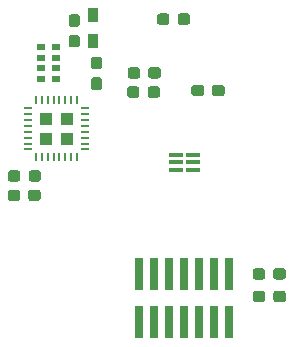
<source format=gbr>
G04 #@! TF.GenerationSoftware,KiCad,Pcbnew,(5.1.2)-2*
G04 #@! TF.CreationDate,2019-07-23T13:22:34-04:00*
G04 #@! TF.ProjectId,light_monitor,6c696768-745f-46d6-9f6e-69746f722e6b,R001*
G04 #@! TF.SameCoordinates,Original*
G04 #@! TF.FileFunction,Paste,Top*
G04 #@! TF.FilePolarity,Positive*
%FSLAX46Y46*%
G04 Gerber Fmt 4.6, Leading zero omitted, Abs format (unit mm)*
G04 Created by KiCad (PCBNEW (5.1.2)-2) date 2019-07-23 13:22:34*
%MOMM*%
%LPD*%
G04 APERTURE LIST*
%ADD10R,0.740000X2.790000*%
%ADD11R,1.200000X0.350000*%
%ADD12C,0.100000*%
%ADD13C,0.950000*%
%ADD14R,0.900000X1.200000*%
%ADD15R,1.035000X1.035000*%
%ADD16R,0.700000X0.250000*%
%ADD17R,0.250000X0.700000*%
%ADD18R,0.800000X0.500000*%
G04 APERTURE END LIST*
D10*
X117094000Y-114706400D03*
X117094000Y-118770400D03*
X115824000Y-114706400D03*
X115824000Y-118770400D03*
X114554000Y-114706400D03*
X114554000Y-118770400D03*
X113284000Y-114706400D03*
X113284000Y-118770400D03*
X112014000Y-114706400D03*
X112014000Y-118770400D03*
X110744000Y-114706400D03*
X110744000Y-118770400D03*
X109474000Y-114706400D03*
X109474000Y-118770400D03*
D11*
X114110200Y-104582200D03*
X114110200Y-105232200D03*
X114110200Y-105882200D03*
X112610200Y-105882200D03*
X112610200Y-105232200D03*
X112610200Y-104582200D03*
D12*
G36*
X111856179Y-92629844D02*
G01*
X111879234Y-92633263D01*
X111901843Y-92638927D01*
X111923787Y-92646779D01*
X111944857Y-92656744D01*
X111964848Y-92668726D01*
X111983568Y-92682610D01*
X112000838Y-92698262D01*
X112016490Y-92715532D01*
X112030374Y-92734252D01*
X112042356Y-92754243D01*
X112052321Y-92775313D01*
X112060173Y-92797257D01*
X112065837Y-92819866D01*
X112069256Y-92842921D01*
X112070400Y-92866200D01*
X112070400Y-93341200D01*
X112069256Y-93364479D01*
X112065837Y-93387534D01*
X112060173Y-93410143D01*
X112052321Y-93432087D01*
X112042356Y-93453157D01*
X112030374Y-93473148D01*
X112016490Y-93491868D01*
X112000838Y-93509138D01*
X111983568Y-93524790D01*
X111964848Y-93538674D01*
X111944857Y-93550656D01*
X111923787Y-93560621D01*
X111901843Y-93568473D01*
X111879234Y-93574137D01*
X111856179Y-93577556D01*
X111832900Y-93578700D01*
X111257900Y-93578700D01*
X111234621Y-93577556D01*
X111211566Y-93574137D01*
X111188957Y-93568473D01*
X111167013Y-93560621D01*
X111145943Y-93550656D01*
X111125952Y-93538674D01*
X111107232Y-93524790D01*
X111089962Y-93509138D01*
X111074310Y-93491868D01*
X111060426Y-93473148D01*
X111048444Y-93453157D01*
X111038479Y-93432087D01*
X111030627Y-93410143D01*
X111024963Y-93387534D01*
X111021544Y-93364479D01*
X111020400Y-93341200D01*
X111020400Y-92866200D01*
X111021544Y-92842921D01*
X111024963Y-92819866D01*
X111030627Y-92797257D01*
X111038479Y-92775313D01*
X111048444Y-92754243D01*
X111060426Y-92734252D01*
X111074310Y-92715532D01*
X111089962Y-92698262D01*
X111107232Y-92682610D01*
X111125952Y-92668726D01*
X111145943Y-92656744D01*
X111167013Y-92646779D01*
X111188957Y-92638927D01*
X111211566Y-92633263D01*
X111234621Y-92629844D01*
X111257900Y-92628700D01*
X111832900Y-92628700D01*
X111856179Y-92629844D01*
X111856179Y-92629844D01*
G37*
D13*
X111545400Y-93103700D03*
D12*
G36*
X113606179Y-92629844D02*
G01*
X113629234Y-92633263D01*
X113651843Y-92638927D01*
X113673787Y-92646779D01*
X113694857Y-92656744D01*
X113714848Y-92668726D01*
X113733568Y-92682610D01*
X113750838Y-92698262D01*
X113766490Y-92715532D01*
X113780374Y-92734252D01*
X113792356Y-92754243D01*
X113802321Y-92775313D01*
X113810173Y-92797257D01*
X113815837Y-92819866D01*
X113819256Y-92842921D01*
X113820400Y-92866200D01*
X113820400Y-93341200D01*
X113819256Y-93364479D01*
X113815837Y-93387534D01*
X113810173Y-93410143D01*
X113802321Y-93432087D01*
X113792356Y-93453157D01*
X113780374Y-93473148D01*
X113766490Y-93491868D01*
X113750838Y-93509138D01*
X113733568Y-93524790D01*
X113714848Y-93538674D01*
X113694857Y-93550656D01*
X113673787Y-93560621D01*
X113651843Y-93568473D01*
X113629234Y-93574137D01*
X113606179Y-93577556D01*
X113582900Y-93578700D01*
X113007900Y-93578700D01*
X112984621Y-93577556D01*
X112961566Y-93574137D01*
X112938957Y-93568473D01*
X112917013Y-93560621D01*
X112895943Y-93550656D01*
X112875952Y-93538674D01*
X112857232Y-93524790D01*
X112839962Y-93509138D01*
X112824310Y-93491868D01*
X112810426Y-93473148D01*
X112798444Y-93453157D01*
X112788479Y-93432087D01*
X112780627Y-93410143D01*
X112774963Y-93387534D01*
X112771544Y-93364479D01*
X112770400Y-93341200D01*
X112770400Y-92866200D01*
X112771544Y-92842921D01*
X112774963Y-92819866D01*
X112780627Y-92797257D01*
X112788479Y-92775313D01*
X112798444Y-92754243D01*
X112810426Y-92734252D01*
X112824310Y-92715532D01*
X112839962Y-92698262D01*
X112857232Y-92682610D01*
X112875952Y-92668726D01*
X112895943Y-92656744D01*
X112917013Y-92646779D01*
X112938957Y-92638927D01*
X112961566Y-92633263D01*
X112984621Y-92629844D01*
X113007900Y-92628700D01*
X113582900Y-92628700D01*
X113606179Y-92629844D01*
X113606179Y-92629844D01*
G37*
D13*
X113295400Y-93103700D03*
D12*
G36*
X104273779Y-92708144D02*
G01*
X104296834Y-92711563D01*
X104319443Y-92717227D01*
X104341387Y-92725079D01*
X104362457Y-92735044D01*
X104382448Y-92747026D01*
X104401168Y-92760910D01*
X104418438Y-92776562D01*
X104434090Y-92793832D01*
X104447974Y-92812552D01*
X104459956Y-92832543D01*
X104469921Y-92853613D01*
X104477773Y-92875557D01*
X104483437Y-92898166D01*
X104486856Y-92921221D01*
X104488000Y-92944500D01*
X104488000Y-93519500D01*
X104486856Y-93542779D01*
X104483437Y-93565834D01*
X104477773Y-93588443D01*
X104469921Y-93610387D01*
X104459956Y-93631457D01*
X104447974Y-93651448D01*
X104434090Y-93670168D01*
X104418438Y-93687438D01*
X104401168Y-93703090D01*
X104382448Y-93716974D01*
X104362457Y-93728956D01*
X104341387Y-93738921D01*
X104319443Y-93746773D01*
X104296834Y-93752437D01*
X104273779Y-93755856D01*
X104250500Y-93757000D01*
X103775500Y-93757000D01*
X103752221Y-93755856D01*
X103729166Y-93752437D01*
X103706557Y-93746773D01*
X103684613Y-93738921D01*
X103663543Y-93728956D01*
X103643552Y-93716974D01*
X103624832Y-93703090D01*
X103607562Y-93687438D01*
X103591910Y-93670168D01*
X103578026Y-93651448D01*
X103566044Y-93631457D01*
X103556079Y-93610387D01*
X103548227Y-93588443D01*
X103542563Y-93565834D01*
X103539144Y-93542779D01*
X103538000Y-93519500D01*
X103538000Y-92944500D01*
X103539144Y-92921221D01*
X103542563Y-92898166D01*
X103548227Y-92875557D01*
X103556079Y-92853613D01*
X103566044Y-92832543D01*
X103578026Y-92812552D01*
X103591910Y-92793832D01*
X103607562Y-92776562D01*
X103624832Y-92760910D01*
X103643552Y-92747026D01*
X103663543Y-92735044D01*
X103684613Y-92725079D01*
X103706557Y-92717227D01*
X103729166Y-92711563D01*
X103752221Y-92708144D01*
X103775500Y-92707000D01*
X104250500Y-92707000D01*
X104273779Y-92708144D01*
X104273779Y-92708144D01*
G37*
D13*
X104013000Y-93232000D03*
D12*
G36*
X104273779Y-94458144D02*
G01*
X104296834Y-94461563D01*
X104319443Y-94467227D01*
X104341387Y-94475079D01*
X104362457Y-94485044D01*
X104382448Y-94497026D01*
X104401168Y-94510910D01*
X104418438Y-94526562D01*
X104434090Y-94543832D01*
X104447974Y-94562552D01*
X104459956Y-94582543D01*
X104469921Y-94603613D01*
X104477773Y-94625557D01*
X104483437Y-94648166D01*
X104486856Y-94671221D01*
X104488000Y-94694500D01*
X104488000Y-95269500D01*
X104486856Y-95292779D01*
X104483437Y-95315834D01*
X104477773Y-95338443D01*
X104469921Y-95360387D01*
X104459956Y-95381457D01*
X104447974Y-95401448D01*
X104434090Y-95420168D01*
X104418438Y-95437438D01*
X104401168Y-95453090D01*
X104382448Y-95466974D01*
X104362457Y-95478956D01*
X104341387Y-95488921D01*
X104319443Y-95496773D01*
X104296834Y-95502437D01*
X104273779Y-95505856D01*
X104250500Y-95507000D01*
X103775500Y-95507000D01*
X103752221Y-95505856D01*
X103729166Y-95502437D01*
X103706557Y-95496773D01*
X103684613Y-95488921D01*
X103663543Y-95478956D01*
X103643552Y-95466974D01*
X103624832Y-95453090D01*
X103607562Y-95437438D01*
X103591910Y-95420168D01*
X103578026Y-95401448D01*
X103566044Y-95381457D01*
X103556079Y-95360387D01*
X103548227Y-95338443D01*
X103542563Y-95315834D01*
X103539144Y-95292779D01*
X103538000Y-95269500D01*
X103538000Y-94694500D01*
X103539144Y-94671221D01*
X103542563Y-94648166D01*
X103548227Y-94625557D01*
X103556079Y-94603613D01*
X103566044Y-94582543D01*
X103578026Y-94562552D01*
X103591910Y-94543832D01*
X103607562Y-94526562D01*
X103624832Y-94510910D01*
X103643552Y-94497026D01*
X103663543Y-94485044D01*
X103684613Y-94475079D01*
X103706557Y-94467227D01*
X103729166Y-94461563D01*
X103752221Y-94458144D01*
X103775500Y-94457000D01*
X104250500Y-94457000D01*
X104273779Y-94458144D01*
X104273779Y-94458144D01*
G37*
D13*
X104013000Y-94982000D03*
D12*
G36*
X106158459Y-98034464D02*
G01*
X106181514Y-98037883D01*
X106204123Y-98043547D01*
X106226067Y-98051399D01*
X106247137Y-98061364D01*
X106267128Y-98073346D01*
X106285848Y-98087230D01*
X106303118Y-98102882D01*
X106318770Y-98120152D01*
X106332654Y-98138872D01*
X106344636Y-98158863D01*
X106354601Y-98179933D01*
X106362453Y-98201877D01*
X106368117Y-98224486D01*
X106371536Y-98247541D01*
X106372680Y-98270820D01*
X106372680Y-98845820D01*
X106371536Y-98869099D01*
X106368117Y-98892154D01*
X106362453Y-98914763D01*
X106354601Y-98936707D01*
X106344636Y-98957777D01*
X106332654Y-98977768D01*
X106318770Y-98996488D01*
X106303118Y-99013758D01*
X106285848Y-99029410D01*
X106267128Y-99043294D01*
X106247137Y-99055276D01*
X106226067Y-99065241D01*
X106204123Y-99073093D01*
X106181514Y-99078757D01*
X106158459Y-99082176D01*
X106135180Y-99083320D01*
X105660180Y-99083320D01*
X105636901Y-99082176D01*
X105613846Y-99078757D01*
X105591237Y-99073093D01*
X105569293Y-99065241D01*
X105548223Y-99055276D01*
X105528232Y-99043294D01*
X105509512Y-99029410D01*
X105492242Y-99013758D01*
X105476590Y-98996488D01*
X105462706Y-98977768D01*
X105450724Y-98957777D01*
X105440759Y-98936707D01*
X105432907Y-98914763D01*
X105427243Y-98892154D01*
X105423824Y-98869099D01*
X105422680Y-98845820D01*
X105422680Y-98270820D01*
X105423824Y-98247541D01*
X105427243Y-98224486D01*
X105432907Y-98201877D01*
X105440759Y-98179933D01*
X105450724Y-98158863D01*
X105462706Y-98138872D01*
X105476590Y-98120152D01*
X105492242Y-98102882D01*
X105509512Y-98087230D01*
X105528232Y-98073346D01*
X105548223Y-98061364D01*
X105569293Y-98051399D01*
X105591237Y-98043547D01*
X105613846Y-98037883D01*
X105636901Y-98034464D01*
X105660180Y-98033320D01*
X106135180Y-98033320D01*
X106158459Y-98034464D01*
X106158459Y-98034464D01*
G37*
D13*
X105897680Y-98558320D03*
D12*
G36*
X106158459Y-96284464D02*
G01*
X106181514Y-96287883D01*
X106204123Y-96293547D01*
X106226067Y-96301399D01*
X106247137Y-96311364D01*
X106267128Y-96323346D01*
X106285848Y-96337230D01*
X106303118Y-96352882D01*
X106318770Y-96370152D01*
X106332654Y-96388872D01*
X106344636Y-96408863D01*
X106354601Y-96429933D01*
X106362453Y-96451877D01*
X106368117Y-96474486D01*
X106371536Y-96497541D01*
X106372680Y-96520820D01*
X106372680Y-97095820D01*
X106371536Y-97119099D01*
X106368117Y-97142154D01*
X106362453Y-97164763D01*
X106354601Y-97186707D01*
X106344636Y-97207777D01*
X106332654Y-97227768D01*
X106318770Y-97246488D01*
X106303118Y-97263758D01*
X106285848Y-97279410D01*
X106267128Y-97293294D01*
X106247137Y-97305276D01*
X106226067Y-97315241D01*
X106204123Y-97323093D01*
X106181514Y-97328757D01*
X106158459Y-97332176D01*
X106135180Y-97333320D01*
X105660180Y-97333320D01*
X105636901Y-97332176D01*
X105613846Y-97328757D01*
X105591237Y-97323093D01*
X105569293Y-97315241D01*
X105548223Y-97305276D01*
X105528232Y-97293294D01*
X105509512Y-97279410D01*
X105492242Y-97263758D01*
X105476590Y-97246488D01*
X105462706Y-97227768D01*
X105450724Y-97207777D01*
X105440759Y-97186707D01*
X105432907Y-97164763D01*
X105427243Y-97142154D01*
X105423824Y-97119099D01*
X105422680Y-97095820D01*
X105422680Y-96520820D01*
X105423824Y-96497541D01*
X105427243Y-96474486D01*
X105432907Y-96451877D01*
X105440759Y-96429933D01*
X105450724Y-96408863D01*
X105462706Y-96388872D01*
X105476590Y-96370152D01*
X105492242Y-96352882D01*
X105509512Y-96337230D01*
X105528232Y-96323346D01*
X105548223Y-96311364D01*
X105569293Y-96301399D01*
X105591237Y-96293547D01*
X105613846Y-96287883D01*
X105636901Y-96284464D01*
X105660180Y-96283320D01*
X106135180Y-96283320D01*
X106158459Y-96284464D01*
X106158459Y-96284464D01*
G37*
D13*
X105897680Y-96808320D03*
D12*
G36*
X111071259Y-98804584D02*
G01*
X111094314Y-98808003D01*
X111116923Y-98813667D01*
X111138867Y-98821519D01*
X111159937Y-98831484D01*
X111179928Y-98843466D01*
X111198648Y-98857350D01*
X111215918Y-98873002D01*
X111231570Y-98890272D01*
X111245454Y-98908992D01*
X111257436Y-98928983D01*
X111267401Y-98950053D01*
X111275253Y-98971997D01*
X111280917Y-98994606D01*
X111284336Y-99017661D01*
X111285480Y-99040940D01*
X111285480Y-99515940D01*
X111284336Y-99539219D01*
X111280917Y-99562274D01*
X111275253Y-99584883D01*
X111267401Y-99606827D01*
X111257436Y-99627897D01*
X111245454Y-99647888D01*
X111231570Y-99666608D01*
X111215918Y-99683878D01*
X111198648Y-99699530D01*
X111179928Y-99713414D01*
X111159937Y-99725396D01*
X111138867Y-99735361D01*
X111116923Y-99743213D01*
X111094314Y-99748877D01*
X111071259Y-99752296D01*
X111047980Y-99753440D01*
X110472980Y-99753440D01*
X110449701Y-99752296D01*
X110426646Y-99748877D01*
X110404037Y-99743213D01*
X110382093Y-99735361D01*
X110361023Y-99725396D01*
X110341032Y-99713414D01*
X110322312Y-99699530D01*
X110305042Y-99683878D01*
X110289390Y-99666608D01*
X110275506Y-99647888D01*
X110263524Y-99627897D01*
X110253559Y-99606827D01*
X110245707Y-99584883D01*
X110240043Y-99562274D01*
X110236624Y-99539219D01*
X110235480Y-99515940D01*
X110235480Y-99040940D01*
X110236624Y-99017661D01*
X110240043Y-98994606D01*
X110245707Y-98971997D01*
X110253559Y-98950053D01*
X110263524Y-98928983D01*
X110275506Y-98908992D01*
X110289390Y-98890272D01*
X110305042Y-98873002D01*
X110322312Y-98857350D01*
X110341032Y-98843466D01*
X110361023Y-98831484D01*
X110382093Y-98821519D01*
X110404037Y-98813667D01*
X110426646Y-98808003D01*
X110449701Y-98804584D01*
X110472980Y-98803440D01*
X111047980Y-98803440D01*
X111071259Y-98804584D01*
X111071259Y-98804584D01*
G37*
D13*
X110760480Y-99278440D03*
D12*
G36*
X109321259Y-98804584D02*
G01*
X109344314Y-98808003D01*
X109366923Y-98813667D01*
X109388867Y-98821519D01*
X109409937Y-98831484D01*
X109429928Y-98843466D01*
X109448648Y-98857350D01*
X109465918Y-98873002D01*
X109481570Y-98890272D01*
X109495454Y-98908992D01*
X109507436Y-98928983D01*
X109517401Y-98950053D01*
X109525253Y-98971997D01*
X109530917Y-98994606D01*
X109534336Y-99017661D01*
X109535480Y-99040940D01*
X109535480Y-99515940D01*
X109534336Y-99539219D01*
X109530917Y-99562274D01*
X109525253Y-99584883D01*
X109517401Y-99606827D01*
X109507436Y-99627897D01*
X109495454Y-99647888D01*
X109481570Y-99666608D01*
X109465918Y-99683878D01*
X109448648Y-99699530D01*
X109429928Y-99713414D01*
X109409937Y-99725396D01*
X109388867Y-99735361D01*
X109366923Y-99743213D01*
X109344314Y-99748877D01*
X109321259Y-99752296D01*
X109297980Y-99753440D01*
X108722980Y-99753440D01*
X108699701Y-99752296D01*
X108676646Y-99748877D01*
X108654037Y-99743213D01*
X108632093Y-99735361D01*
X108611023Y-99725396D01*
X108591032Y-99713414D01*
X108572312Y-99699530D01*
X108555042Y-99683878D01*
X108539390Y-99666608D01*
X108525506Y-99647888D01*
X108513524Y-99627897D01*
X108503559Y-99606827D01*
X108495707Y-99584883D01*
X108490043Y-99562274D01*
X108486624Y-99539219D01*
X108485480Y-99515940D01*
X108485480Y-99040940D01*
X108486624Y-99017661D01*
X108490043Y-98994606D01*
X108495707Y-98971997D01*
X108503559Y-98950053D01*
X108513524Y-98928983D01*
X108525506Y-98908992D01*
X108539390Y-98890272D01*
X108555042Y-98873002D01*
X108572312Y-98857350D01*
X108591032Y-98843466D01*
X108611023Y-98831484D01*
X108632093Y-98821519D01*
X108654037Y-98813667D01*
X108676646Y-98808003D01*
X108699701Y-98804584D01*
X108722980Y-98803440D01*
X109297980Y-98803440D01*
X109321259Y-98804584D01*
X109321259Y-98804584D01*
G37*
D13*
X109010480Y-99278440D03*
D12*
G36*
X111116979Y-97189144D02*
G01*
X111140034Y-97192563D01*
X111162643Y-97198227D01*
X111184587Y-97206079D01*
X111205657Y-97216044D01*
X111225648Y-97228026D01*
X111244368Y-97241910D01*
X111261638Y-97257562D01*
X111277290Y-97274832D01*
X111291174Y-97293552D01*
X111303156Y-97313543D01*
X111313121Y-97334613D01*
X111320973Y-97356557D01*
X111326637Y-97379166D01*
X111330056Y-97402221D01*
X111331200Y-97425500D01*
X111331200Y-97900500D01*
X111330056Y-97923779D01*
X111326637Y-97946834D01*
X111320973Y-97969443D01*
X111313121Y-97991387D01*
X111303156Y-98012457D01*
X111291174Y-98032448D01*
X111277290Y-98051168D01*
X111261638Y-98068438D01*
X111244368Y-98084090D01*
X111225648Y-98097974D01*
X111205657Y-98109956D01*
X111184587Y-98119921D01*
X111162643Y-98127773D01*
X111140034Y-98133437D01*
X111116979Y-98136856D01*
X111093700Y-98138000D01*
X110518700Y-98138000D01*
X110495421Y-98136856D01*
X110472366Y-98133437D01*
X110449757Y-98127773D01*
X110427813Y-98119921D01*
X110406743Y-98109956D01*
X110386752Y-98097974D01*
X110368032Y-98084090D01*
X110350762Y-98068438D01*
X110335110Y-98051168D01*
X110321226Y-98032448D01*
X110309244Y-98012457D01*
X110299279Y-97991387D01*
X110291427Y-97969443D01*
X110285763Y-97946834D01*
X110282344Y-97923779D01*
X110281200Y-97900500D01*
X110281200Y-97425500D01*
X110282344Y-97402221D01*
X110285763Y-97379166D01*
X110291427Y-97356557D01*
X110299279Y-97334613D01*
X110309244Y-97313543D01*
X110321226Y-97293552D01*
X110335110Y-97274832D01*
X110350762Y-97257562D01*
X110368032Y-97241910D01*
X110386752Y-97228026D01*
X110406743Y-97216044D01*
X110427813Y-97206079D01*
X110449757Y-97198227D01*
X110472366Y-97192563D01*
X110495421Y-97189144D01*
X110518700Y-97188000D01*
X111093700Y-97188000D01*
X111116979Y-97189144D01*
X111116979Y-97189144D01*
G37*
D13*
X110806200Y-97663000D03*
D12*
G36*
X109366979Y-97189144D02*
G01*
X109390034Y-97192563D01*
X109412643Y-97198227D01*
X109434587Y-97206079D01*
X109455657Y-97216044D01*
X109475648Y-97228026D01*
X109494368Y-97241910D01*
X109511638Y-97257562D01*
X109527290Y-97274832D01*
X109541174Y-97293552D01*
X109553156Y-97313543D01*
X109563121Y-97334613D01*
X109570973Y-97356557D01*
X109576637Y-97379166D01*
X109580056Y-97402221D01*
X109581200Y-97425500D01*
X109581200Y-97900500D01*
X109580056Y-97923779D01*
X109576637Y-97946834D01*
X109570973Y-97969443D01*
X109563121Y-97991387D01*
X109553156Y-98012457D01*
X109541174Y-98032448D01*
X109527290Y-98051168D01*
X109511638Y-98068438D01*
X109494368Y-98084090D01*
X109475648Y-98097974D01*
X109455657Y-98109956D01*
X109434587Y-98119921D01*
X109412643Y-98127773D01*
X109390034Y-98133437D01*
X109366979Y-98136856D01*
X109343700Y-98138000D01*
X108768700Y-98138000D01*
X108745421Y-98136856D01*
X108722366Y-98133437D01*
X108699757Y-98127773D01*
X108677813Y-98119921D01*
X108656743Y-98109956D01*
X108636752Y-98097974D01*
X108618032Y-98084090D01*
X108600762Y-98068438D01*
X108585110Y-98051168D01*
X108571226Y-98032448D01*
X108559244Y-98012457D01*
X108549279Y-97991387D01*
X108541427Y-97969443D01*
X108535763Y-97946834D01*
X108532344Y-97923779D01*
X108531200Y-97900500D01*
X108531200Y-97425500D01*
X108532344Y-97402221D01*
X108535763Y-97379166D01*
X108541427Y-97356557D01*
X108549279Y-97334613D01*
X108559244Y-97313543D01*
X108571226Y-97293552D01*
X108585110Y-97274832D01*
X108600762Y-97257562D01*
X108618032Y-97241910D01*
X108636752Y-97228026D01*
X108656743Y-97216044D01*
X108677813Y-97206079D01*
X108699757Y-97198227D01*
X108722366Y-97192563D01*
X108745421Y-97189144D01*
X108768700Y-97188000D01*
X109343700Y-97188000D01*
X109366979Y-97189144D01*
X109366979Y-97189144D01*
G37*
D13*
X109056200Y-97663000D03*
D12*
G36*
X100956979Y-107552344D02*
G01*
X100980034Y-107555763D01*
X101002643Y-107561427D01*
X101024587Y-107569279D01*
X101045657Y-107579244D01*
X101065648Y-107591226D01*
X101084368Y-107605110D01*
X101101638Y-107620762D01*
X101117290Y-107638032D01*
X101131174Y-107656752D01*
X101143156Y-107676743D01*
X101153121Y-107697813D01*
X101160973Y-107719757D01*
X101166637Y-107742366D01*
X101170056Y-107765421D01*
X101171200Y-107788700D01*
X101171200Y-108263700D01*
X101170056Y-108286979D01*
X101166637Y-108310034D01*
X101160973Y-108332643D01*
X101153121Y-108354587D01*
X101143156Y-108375657D01*
X101131174Y-108395648D01*
X101117290Y-108414368D01*
X101101638Y-108431638D01*
X101084368Y-108447290D01*
X101065648Y-108461174D01*
X101045657Y-108473156D01*
X101024587Y-108483121D01*
X101002643Y-108490973D01*
X100980034Y-108496637D01*
X100956979Y-108500056D01*
X100933700Y-108501200D01*
X100358700Y-108501200D01*
X100335421Y-108500056D01*
X100312366Y-108496637D01*
X100289757Y-108490973D01*
X100267813Y-108483121D01*
X100246743Y-108473156D01*
X100226752Y-108461174D01*
X100208032Y-108447290D01*
X100190762Y-108431638D01*
X100175110Y-108414368D01*
X100161226Y-108395648D01*
X100149244Y-108375657D01*
X100139279Y-108354587D01*
X100131427Y-108332643D01*
X100125763Y-108310034D01*
X100122344Y-108286979D01*
X100121200Y-108263700D01*
X100121200Y-107788700D01*
X100122344Y-107765421D01*
X100125763Y-107742366D01*
X100131427Y-107719757D01*
X100139279Y-107697813D01*
X100149244Y-107676743D01*
X100161226Y-107656752D01*
X100175110Y-107638032D01*
X100190762Y-107620762D01*
X100208032Y-107605110D01*
X100226752Y-107591226D01*
X100246743Y-107579244D01*
X100267813Y-107569279D01*
X100289757Y-107561427D01*
X100312366Y-107555763D01*
X100335421Y-107552344D01*
X100358700Y-107551200D01*
X100933700Y-107551200D01*
X100956979Y-107552344D01*
X100956979Y-107552344D01*
G37*
D13*
X100646200Y-108026200D03*
D12*
G36*
X99206979Y-107552344D02*
G01*
X99230034Y-107555763D01*
X99252643Y-107561427D01*
X99274587Y-107569279D01*
X99295657Y-107579244D01*
X99315648Y-107591226D01*
X99334368Y-107605110D01*
X99351638Y-107620762D01*
X99367290Y-107638032D01*
X99381174Y-107656752D01*
X99393156Y-107676743D01*
X99403121Y-107697813D01*
X99410973Y-107719757D01*
X99416637Y-107742366D01*
X99420056Y-107765421D01*
X99421200Y-107788700D01*
X99421200Y-108263700D01*
X99420056Y-108286979D01*
X99416637Y-108310034D01*
X99410973Y-108332643D01*
X99403121Y-108354587D01*
X99393156Y-108375657D01*
X99381174Y-108395648D01*
X99367290Y-108414368D01*
X99351638Y-108431638D01*
X99334368Y-108447290D01*
X99315648Y-108461174D01*
X99295657Y-108473156D01*
X99274587Y-108483121D01*
X99252643Y-108490973D01*
X99230034Y-108496637D01*
X99206979Y-108500056D01*
X99183700Y-108501200D01*
X98608700Y-108501200D01*
X98585421Y-108500056D01*
X98562366Y-108496637D01*
X98539757Y-108490973D01*
X98517813Y-108483121D01*
X98496743Y-108473156D01*
X98476752Y-108461174D01*
X98458032Y-108447290D01*
X98440762Y-108431638D01*
X98425110Y-108414368D01*
X98411226Y-108395648D01*
X98399244Y-108375657D01*
X98389279Y-108354587D01*
X98381427Y-108332643D01*
X98375763Y-108310034D01*
X98372344Y-108286979D01*
X98371200Y-108263700D01*
X98371200Y-107788700D01*
X98372344Y-107765421D01*
X98375763Y-107742366D01*
X98381427Y-107719757D01*
X98389279Y-107697813D01*
X98399244Y-107676743D01*
X98411226Y-107656752D01*
X98425110Y-107638032D01*
X98440762Y-107620762D01*
X98458032Y-107605110D01*
X98476752Y-107591226D01*
X98496743Y-107579244D01*
X98517813Y-107569279D01*
X98539757Y-107561427D01*
X98562366Y-107555763D01*
X98585421Y-107552344D01*
X98608700Y-107551200D01*
X99183700Y-107551200D01*
X99206979Y-107552344D01*
X99206979Y-107552344D01*
G37*
D13*
X98896200Y-108026200D03*
D12*
G36*
X100982379Y-105914044D02*
G01*
X101005434Y-105917463D01*
X101028043Y-105923127D01*
X101049987Y-105930979D01*
X101071057Y-105940944D01*
X101091048Y-105952926D01*
X101109768Y-105966810D01*
X101127038Y-105982462D01*
X101142690Y-105999732D01*
X101156574Y-106018452D01*
X101168556Y-106038443D01*
X101178521Y-106059513D01*
X101186373Y-106081457D01*
X101192037Y-106104066D01*
X101195456Y-106127121D01*
X101196600Y-106150400D01*
X101196600Y-106625400D01*
X101195456Y-106648679D01*
X101192037Y-106671734D01*
X101186373Y-106694343D01*
X101178521Y-106716287D01*
X101168556Y-106737357D01*
X101156574Y-106757348D01*
X101142690Y-106776068D01*
X101127038Y-106793338D01*
X101109768Y-106808990D01*
X101091048Y-106822874D01*
X101071057Y-106834856D01*
X101049987Y-106844821D01*
X101028043Y-106852673D01*
X101005434Y-106858337D01*
X100982379Y-106861756D01*
X100959100Y-106862900D01*
X100384100Y-106862900D01*
X100360821Y-106861756D01*
X100337766Y-106858337D01*
X100315157Y-106852673D01*
X100293213Y-106844821D01*
X100272143Y-106834856D01*
X100252152Y-106822874D01*
X100233432Y-106808990D01*
X100216162Y-106793338D01*
X100200510Y-106776068D01*
X100186626Y-106757348D01*
X100174644Y-106737357D01*
X100164679Y-106716287D01*
X100156827Y-106694343D01*
X100151163Y-106671734D01*
X100147744Y-106648679D01*
X100146600Y-106625400D01*
X100146600Y-106150400D01*
X100147744Y-106127121D01*
X100151163Y-106104066D01*
X100156827Y-106081457D01*
X100164679Y-106059513D01*
X100174644Y-106038443D01*
X100186626Y-106018452D01*
X100200510Y-105999732D01*
X100216162Y-105982462D01*
X100233432Y-105966810D01*
X100252152Y-105952926D01*
X100272143Y-105940944D01*
X100293213Y-105930979D01*
X100315157Y-105923127D01*
X100337766Y-105917463D01*
X100360821Y-105914044D01*
X100384100Y-105912900D01*
X100959100Y-105912900D01*
X100982379Y-105914044D01*
X100982379Y-105914044D01*
G37*
D13*
X100671600Y-106387900D03*
D12*
G36*
X99232379Y-105914044D02*
G01*
X99255434Y-105917463D01*
X99278043Y-105923127D01*
X99299987Y-105930979D01*
X99321057Y-105940944D01*
X99341048Y-105952926D01*
X99359768Y-105966810D01*
X99377038Y-105982462D01*
X99392690Y-105999732D01*
X99406574Y-106018452D01*
X99418556Y-106038443D01*
X99428521Y-106059513D01*
X99436373Y-106081457D01*
X99442037Y-106104066D01*
X99445456Y-106127121D01*
X99446600Y-106150400D01*
X99446600Y-106625400D01*
X99445456Y-106648679D01*
X99442037Y-106671734D01*
X99436373Y-106694343D01*
X99428521Y-106716287D01*
X99418556Y-106737357D01*
X99406574Y-106757348D01*
X99392690Y-106776068D01*
X99377038Y-106793338D01*
X99359768Y-106808990D01*
X99341048Y-106822874D01*
X99321057Y-106834856D01*
X99299987Y-106844821D01*
X99278043Y-106852673D01*
X99255434Y-106858337D01*
X99232379Y-106861756D01*
X99209100Y-106862900D01*
X98634100Y-106862900D01*
X98610821Y-106861756D01*
X98587766Y-106858337D01*
X98565157Y-106852673D01*
X98543213Y-106844821D01*
X98522143Y-106834856D01*
X98502152Y-106822874D01*
X98483432Y-106808990D01*
X98466162Y-106793338D01*
X98450510Y-106776068D01*
X98436626Y-106757348D01*
X98424644Y-106737357D01*
X98414679Y-106716287D01*
X98406827Y-106694343D01*
X98401163Y-106671734D01*
X98397744Y-106648679D01*
X98396600Y-106625400D01*
X98396600Y-106150400D01*
X98397744Y-106127121D01*
X98401163Y-106104066D01*
X98406827Y-106081457D01*
X98414679Y-106059513D01*
X98424644Y-106038443D01*
X98436626Y-106018452D01*
X98450510Y-105999732D01*
X98466162Y-105982462D01*
X98483432Y-105966810D01*
X98502152Y-105952926D01*
X98522143Y-105940944D01*
X98543213Y-105930979D01*
X98565157Y-105923127D01*
X98587766Y-105917463D01*
X98610821Y-105914044D01*
X98634100Y-105912900D01*
X99209100Y-105912900D01*
X99232379Y-105914044D01*
X99232379Y-105914044D01*
G37*
D13*
X98921600Y-106387900D03*
D14*
X105623360Y-92735400D03*
X105623360Y-94935400D03*
D15*
X103376900Y-101524900D03*
X101651900Y-101524900D03*
X103376900Y-103249900D03*
X101651900Y-103249900D03*
D16*
X104914400Y-100637400D03*
X104914400Y-101137400D03*
X104914400Y-101637400D03*
X104914400Y-102137400D03*
X104914400Y-102637400D03*
X104914400Y-103137400D03*
X104914400Y-103637400D03*
X104914400Y-104137400D03*
D17*
X104264400Y-104787400D03*
X103764400Y-104787400D03*
X103264400Y-104787400D03*
X102764400Y-104787400D03*
X102264400Y-104787400D03*
X101764400Y-104787400D03*
X101264400Y-104787400D03*
X100764400Y-104787400D03*
D16*
X100114400Y-104137400D03*
X100114400Y-103637400D03*
X100114400Y-103137400D03*
X100114400Y-102637400D03*
X100114400Y-102137400D03*
X100114400Y-101637400D03*
X100114400Y-101137400D03*
X100114400Y-100637400D03*
D17*
X100764400Y-99987400D03*
X101264400Y-99987400D03*
X101764400Y-99987400D03*
X102264400Y-99987400D03*
X102764400Y-99987400D03*
X103264400Y-99987400D03*
X103764400Y-99987400D03*
X104264400Y-99987400D03*
D18*
X101233680Y-98164640D03*
X101233680Y-97264640D03*
X101233680Y-96364640D03*
X101233680Y-95464640D03*
X102433680Y-95464640D03*
X102433680Y-96364640D03*
X102433680Y-97264640D03*
X102433680Y-98164640D03*
D12*
G36*
X116527179Y-98675044D02*
G01*
X116550234Y-98678463D01*
X116572843Y-98684127D01*
X116594787Y-98691979D01*
X116615857Y-98701944D01*
X116635848Y-98713926D01*
X116654568Y-98727810D01*
X116671838Y-98743462D01*
X116687490Y-98760732D01*
X116701374Y-98779452D01*
X116713356Y-98799443D01*
X116723321Y-98820513D01*
X116731173Y-98842457D01*
X116736837Y-98865066D01*
X116740256Y-98888121D01*
X116741400Y-98911400D01*
X116741400Y-99386400D01*
X116740256Y-99409679D01*
X116736837Y-99432734D01*
X116731173Y-99455343D01*
X116723321Y-99477287D01*
X116713356Y-99498357D01*
X116701374Y-99518348D01*
X116687490Y-99537068D01*
X116671838Y-99554338D01*
X116654568Y-99569990D01*
X116635848Y-99583874D01*
X116615857Y-99595856D01*
X116594787Y-99605821D01*
X116572843Y-99613673D01*
X116550234Y-99619337D01*
X116527179Y-99622756D01*
X116503900Y-99623900D01*
X115928900Y-99623900D01*
X115905621Y-99622756D01*
X115882566Y-99619337D01*
X115859957Y-99613673D01*
X115838013Y-99605821D01*
X115816943Y-99595856D01*
X115796952Y-99583874D01*
X115778232Y-99569990D01*
X115760962Y-99554338D01*
X115745310Y-99537068D01*
X115731426Y-99518348D01*
X115719444Y-99498357D01*
X115709479Y-99477287D01*
X115701627Y-99455343D01*
X115695963Y-99432734D01*
X115692544Y-99409679D01*
X115691400Y-99386400D01*
X115691400Y-98911400D01*
X115692544Y-98888121D01*
X115695963Y-98865066D01*
X115701627Y-98842457D01*
X115709479Y-98820513D01*
X115719444Y-98799443D01*
X115731426Y-98779452D01*
X115745310Y-98760732D01*
X115760962Y-98743462D01*
X115778232Y-98727810D01*
X115796952Y-98713926D01*
X115816943Y-98701944D01*
X115838013Y-98691979D01*
X115859957Y-98684127D01*
X115882566Y-98678463D01*
X115905621Y-98675044D01*
X115928900Y-98673900D01*
X116503900Y-98673900D01*
X116527179Y-98675044D01*
X116527179Y-98675044D01*
G37*
D13*
X116216400Y-99148900D03*
D12*
G36*
X114777179Y-98675044D02*
G01*
X114800234Y-98678463D01*
X114822843Y-98684127D01*
X114844787Y-98691979D01*
X114865857Y-98701944D01*
X114885848Y-98713926D01*
X114904568Y-98727810D01*
X114921838Y-98743462D01*
X114937490Y-98760732D01*
X114951374Y-98779452D01*
X114963356Y-98799443D01*
X114973321Y-98820513D01*
X114981173Y-98842457D01*
X114986837Y-98865066D01*
X114990256Y-98888121D01*
X114991400Y-98911400D01*
X114991400Y-99386400D01*
X114990256Y-99409679D01*
X114986837Y-99432734D01*
X114981173Y-99455343D01*
X114973321Y-99477287D01*
X114963356Y-99498357D01*
X114951374Y-99518348D01*
X114937490Y-99537068D01*
X114921838Y-99554338D01*
X114904568Y-99569990D01*
X114885848Y-99583874D01*
X114865857Y-99595856D01*
X114844787Y-99605821D01*
X114822843Y-99613673D01*
X114800234Y-99619337D01*
X114777179Y-99622756D01*
X114753900Y-99623900D01*
X114178900Y-99623900D01*
X114155621Y-99622756D01*
X114132566Y-99619337D01*
X114109957Y-99613673D01*
X114088013Y-99605821D01*
X114066943Y-99595856D01*
X114046952Y-99583874D01*
X114028232Y-99569990D01*
X114010962Y-99554338D01*
X113995310Y-99537068D01*
X113981426Y-99518348D01*
X113969444Y-99498357D01*
X113959479Y-99477287D01*
X113951627Y-99455343D01*
X113945963Y-99432734D01*
X113942544Y-99409679D01*
X113941400Y-99386400D01*
X113941400Y-98911400D01*
X113942544Y-98888121D01*
X113945963Y-98865066D01*
X113951627Y-98842457D01*
X113959479Y-98820513D01*
X113969444Y-98799443D01*
X113981426Y-98779452D01*
X113995310Y-98760732D01*
X114010962Y-98743462D01*
X114028232Y-98727810D01*
X114046952Y-98713926D01*
X114066943Y-98701944D01*
X114088013Y-98691979D01*
X114109957Y-98684127D01*
X114132566Y-98678463D01*
X114155621Y-98675044D01*
X114178900Y-98673900D01*
X114753900Y-98673900D01*
X114777179Y-98675044D01*
X114777179Y-98675044D01*
G37*
D13*
X114466400Y-99148900D03*
D12*
G36*
X121708779Y-114207144D02*
G01*
X121731834Y-114210563D01*
X121754443Y-114216227D01*
X121776387Y-114224079D01*
X121797457Y-114234044D01*
X121817448Y-114246026D01*
X121836168Y-114259910D01*
X121853438Y-114275562D01*
X121869090Y-114292832D01*
X121882974Y-114311552D01*
X121894956Y-114331543D01*
X121904921Y-114352613D01*
X121912773Y-114374557D01*
X121918437Y-114397166D01*
X121921856Y-114420221D01*
X121923000Y-114443500D01*
X121923000Y-114918500D01*
X121921856Y-114941779D01*
X121918437Y-114964834D01*
X121912773Y-114987443D01*
X121904921Y-115009387D01*
X121894956Y-115030457D01*
X121882974Y-115050448D01*
X121869090Y-115069168D01*
X121853438Y-115086438D01*
X121836168Y-115102090D01*
X121817448Y-115115974D01*
X121797457Y-115127956D01*
X121776387Y-115137921D01*
X121754443Y-115145773D01*
X121731834Y-115151437D01*
X121708779Y-115154856D01*
X121685500Y-115156000D01*
X121110500Y-115156000D01*
X121087221Y-115154856D01*
X121064166Y-115151437D01*
X121041557Y-115145773D01*
X121019613Y-115137921D01*
X120998543Y-115127956D01*
X120978552Y-115115974D01*
X120959832Y-115102090D01*
X120942562Y-115086438D01*
X120926910Y-115069168D01*
X120913026Y-115050448D01*
X120901044Y-115030457D01*
X120891079Y-115009387D01*
X120883227Y-114987443D01*
X120877563Y-114964834D01*
X120874144Y-114941779D01*
X120873000Y-114918500D01*
X120873000Y-114443500D01*
X120874144Y-114420221D01*
X120877563Y-114397166D01*
X120883227Y-114374557D01*
X120891079Y-114352613D01*
X120901044Y-114331543D01*
X120913026Y-114311552D01*
X120926910Y-114292832D01*
X120942562Y-114275562D01*
X120959832Y-114259910D01*
X120978552Y-114246026D01*
X120998543Y-114234044D01*
X121019613Y-114224079D01*
X121041557Y-114216227D01*
X121064166Y-114210563D01*
X121087221Y-114207144D01*
X121110500Y-114206000D01*
X121685500Y-114206000D01*
X121708779Y-114207144D01*
X121708779Y-114207144D01*
G37*
D13*
X121398000Y-114681000D03*
D12*
G36*
X119958779Y-114207144D02*
G01*
X119981834Y-114210563D01*
X120004443Y-114216227D01*
X120026387Y-114224079D01*
X120047457Y-114234044D01*
X120067448Y-114246026D01*
X120086168Y-114259910D01*
X120103438Y-114275562D01*
X120119090Y-114292832D01*
X120132974Y-114311552D01*
X120144956Y-114331543D01*
X120154921Y-114352613D01*
X120162773Y-114374557D01*
X120168437Y-114397166D01*
X120171856Y-114420221D01*
X120173000Y-114443500D01*
X120173000Y-114918500D01*
X120171856Y-114941779D01*
X120168437Y-114964834D01*
X120162773Y-114987443D01*
X120154921Y-115009387D01*
X120144956Y-115030457D01*
X120132974Y-115050448D01*
X120119090Y-115069168D01*
X120103438Y-115086438D01*
X120086168Y-115102090D01*
X120067448Y-115115974D01*
X120047457Y-115127956D01*
X120026387Y-115137921D01*
X120004443Y-115145773D01*
X119981834Y-115151437D01*
X119958779Y-115154856D01*
X119935500Y-115156000D01*
X119360500Y-115156000D01*
X119337221Y-115154856D01*
X119314166Y-115151437D01*
X119291557Y-115145773D01*
X119269613Y-115137921D01*
X119248543Y-115127956D01*
X119228552Y-115115974D01*
X119209832Y-115102090D01*
X119192562Y-115086438D01*
X119176910Y-115069168D01*
X119163026Y-115050448D01*
X119151044Y-115030457D01*
X119141079Y-115009387D01*
X119133227Y-114987443D01*
X119127563Y-114964834D01*
X119124144Y-114941779D01*
X119123000Y-114918500D01*
X119123000Y-114443500D01*
X119124144Y-114420221D01*
X119127563Y-114397166D01*
X119133227Y-114374557D01*
X119141079Y-114352613D01*
X119151044Y-114331543D01*
X119163026Y-114311552D01*
X119176910Y-114292832D01*
X119192562Y-114275562D01*
X119209832Y-114259910D01*
X119228552Y-114246026D01*
X119248543Y-114234044D01*
X119269613Y-114224079D01*
X119291557Y-114216227D01*
X119314166Y-114210563D01*
X119337221Y-114207144D01*
X119360500Y-114206000D01*
X119935500Y-114206000D01*
X119958779Y-114207144D01*
X119958779Y-114207144D01*
G37*
D13*
X119648000Y-114681000D03*
D12*
G36*
X119958779Y-116112144D02*
G01*
X119981834Y-116115563D01*
X120004443Y-116121227D01*
X120026387Y-116129079D01*
X120047457Y-116139044D01*
X120067448Y-116151026D01*
X120086168Y-116164910D01*
X120103438Y-116180562D01*
X120119090Y-116197832D01*
X120132974Y-116216552D01*
X120144956Y-116236543D01*
X120154921Y-116257613D01*
X120162773Y-116279557D01*
X120168437Y-116302166D01*
X120171856Y-116325221D01*
X120173000Y-116348500D01*
X120173000Y-116823500D01*
X120171856Y-116846779D01*
X120168437Y-116869834D01*
X120162773Y-116892443D01*
X120154921Y-116914387D01*
X120144956Y-116935457D01*
X120132974Y-116955448D01*
X120119090Y-116974168D01*
X120103438Y-116991438D01*
X120086168Y-117007090D01*
X120067448Y-117020974D01*
X120047457Y-117032956D01*
X120026387Y-117042921D01*
X120004443Y-117050773D01*
X119981834Y-117056437D01*
X119958779Y-117059856D01*
X119935500Y-117061000D01*
X119360500Y-117061000D01*
X119337221Y-117059856D01*
X119314166Y-117056437D01*
X119291557Y-117050773D01*
X119269613Y-117042921D01*
X119248543Y-117032956D01*
X119228552Y-117020974D01*
X119209832Y-117007090D01*
X119192562Y-116991438D01*
X119176910Y-116974168D01*
X119163026Y-116955448D01*
X119151044Y-116935457D01*
X119141079Y-116914387D01*
X119133227Y-116892443D01*
X119127563Y-116869834D01*
X119124144Y-116846779D01*
X119123000Y-116823500D01*
X119123000Y-116348500D01*
X119124144Y-116325221D01*
X119127563Y-116302166D01*
X119133227Y-116279557D01*
X119141079Y-116257613D01*
X119151044Y-116236543D01*
X119163026Y-116216552D01*
X119176910Y-116197832D01*
X119192562Y-116180562D01*
X119209832Y-116164910D01*
X119228552Y-116151026D01*
X119248543Y-116139044D01*
X119269613Y-116129079D01*
X119291557Y-116121227D01*
X119314166Y-116115563D01*
X119337221Y-116112144D01*
X119360500Y-116111000D01*
X119935500Y-116111000D01*
X119958779Y-116112144D01*
X119958779Y-116112144D01*
G37*
D13*
X119648000Y-116586000D03*
D12*
G36*
X121708779Y-116112144D02*
G01*
X121731834Y-116115563D01*
X121754443Y-116121227D01*
X121776387Y-116129079D01*
X121797457Y-116139044D01*
X121817448Y-116151026D01*
X121836168Y-116164910D01*
X121853438Y-116180562D01*
X121869090Y-116197832D01*
X121882974Y-116216552D01*
X121894956Y-116236543D01*
X121904921Y-116257613D01*
X121912773Y-116279557D01*
X121918437Y-116302166D01*
X121921856Y-116325221D01*
X121923000Y-116348500D01*
X121923000Y-116823500D01*
X121921856Y-116846779D01*
X121918437Y-116869834D01*
X121912773Y-116892443D01*
X121904921Y-116914387D01*
X121894956Y-116935457D01*
X121882974Y-116955448D01*
X121869090Y-116974168D01*
X121853438Y-116991438D01*
X121836168Y-117007090D01*
X121817448Y-117020974D01*
X121797457Y-117032956D01*
X121776387Y-117042921D01*
X121754443Y-117050773D01*
X121731834Y-117056437D01*
X121708779Y-117059856D01*
X121685500Y-117061000D01*
X121110500Y-117061000D01*
X121087221Y-117059856D01*
X121064166Y-117056437D01*
X121041557Y-117050773D01*
X121019613Y-117042921D01*
X120998543Y-117032956D01*
X120978552Y-117020974D01*
X120959832Y-117007090D01*
X120942562Y-116991438D01*
X120926910Y-116974168D01*
X120913026Y-116955448D01*
X120901044Y-116935457D01*
X120891079Y-116914387D01*
X120883227Y-116892443D01*
X120877563Y-116869834D01*
X120874144Y-116846779D01*
X120873000Y-116823500D01*
X120873000Y-116348500D01*
X120874144Y-116325221D01*
X120877563Y-116302166D01*
X120883227Y-116279557D01*
X120891079Y-116257613D01*
X120901044Y-116236543D01*
X120913026Y-116216552D01*
X120926910Y-116197832D01*
X120942562Y-116180562D01*
X120959832Y-116164910D01*
X120978552Y-116151026D01*
X120998543Y-116139044D01*
X121019613Y-116129079D01*
X121041557Y-116121227D01*
X121064166Y-116115563D01*
X121087221Y-116112144D01*
X121110500Y-116111000D01*
X121685500Y-116111000D01*
X121708779Y-116112144D01*
X121708779Y-116112144D01*
G37*
D13*
X121398000Y-116586000D03*
M02*

</source>
